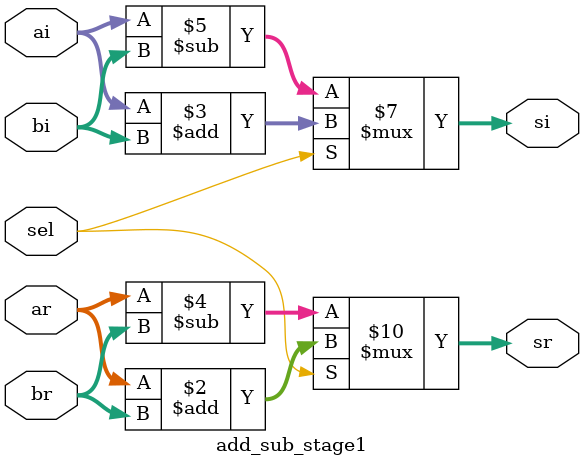
<source format=v>
module add_sub_stage1
#(parameter n = 32)
( input sel,
    input signed [n-1:0] ar,ai,br,bi,
    output reg signed [n:0] sr,si
);
    always@(sel,ar,ai,br,bi)
    begin
        if(sel)
            begin
                sr=ar+br;
                si=ai+bi;
            end
        else
            begin
                sr=ar-br;
                si=ai-bi;
            end
    end
endmodule
</source>
